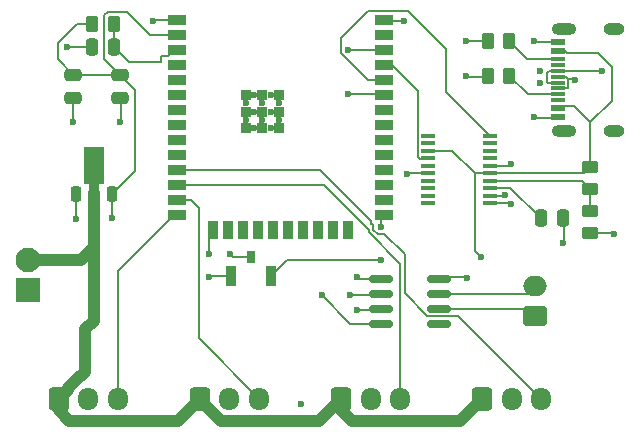
<source format=gbr>
%TF.GenerationSoftware,KiCad,Pcbnew,9.0.2*%
%TF.CreationDate,2025-06-22T20:13:16-07:00*%
%TF.ProjectId,Tesla Ambient Lighting,5465736c-6120-4416-9d62-69656e74204c,rev?*%
%TF.SameCoordinates,Original*%
%TF.FileFunction,Copper,L1,Top*%
%TF.FilePolarity,Positive*%
%FSLAX46Y46*%
G04 Gerber Fmt 4.6, Leading zero omitted, Abs format (unit mm)*
G04 Created by KiCad (PCBNEW 9.0.2) date 2025-06-22 20:13:16*
%MOMM*%
%LPD*%
G01*
G04 APERTURE LIST*
G04 Aperture macros list*
%AMRoundRect*
0 Rectangle with rounded corners*
0 $1 Rounding radius*
0 $2 $3 $4 $5 $6 $7 $8 $9 X,Y pos of 4 corners*
0 Add a 4 corners polygon primitive as box body*
4,1,4,$2,$3,$4,$5,$6,$7,$8,$9,$2,$3,0*
0 Add four circle primitives for the rounded corners*
1,1,$1+$1,$2,$3*
1,1,$1+$1,$4,$5*
1,1,$1+$1,$6,$7*
1,1,$1+$1,$8,$9*
0 Add four rect primitives between the rounded corners*
20,1,$1+$1,$2,$3,$4,$5,0*
20,1,$1+$1,$4,$5,$6,$7,0*
20,1,$1+$1,$6,$7,$8,$9,0*
20,1,$1+$1,$8,$9,$2,$3,0*%
%AMFreePoly0*
4,1,9,3.862500,-0.866500,0.737500,-0.866500,0.737500,-0.450000,-0.737500,-0.450000,-0.737500,0.450000,0.737500,0.450000,0.737500,0.866500,3.862500,0.866500,3.862500,-0.866500,3.862500,-0.866500,$1*%
G04 Aperture macros list end*
%TA.AperFunction,ComponentPad*%
%ADD10RoundRect,0.250000X0.750000X-0.600000X0.750000X0.600000X-0.750000X0.600000X-0.750000X-0.600000X0*%
%TD*%
%TA.AperFunction,ComponentPad*%
%ADD11O,2.000000X1.700000*%
%TD*%
%TA.AperFunction,SMDPad,CuDef*%
%ADD12RoundRect,0.225000X0.225000X-0.425000X0.225000X0.425000X-0.225000X0.425000X-0.225000X-0.425000X0*%
%TD*%
%TA.AperFunction,SMDPad,CuDef*%
%ADD13FreePoly0,90.000000*%
%TD*%
%TA.AperFunction,SMDPad,CuDef*%
%ADD14R,1.150000X0.600000*%
%TD*%
%TA.AperFunction,SMDPad,CuDef*%
%ADD15R,1.150000X0.300000*%
%TD*%
%TA.AperFunction,ComponentPad*%
%ADD16O,2.100000X1.000000*%
%TD*%
%TA.AperFunction,ComponentPad*%
%ADD17O,1.800000X1.000000*%
%TD*%
%TA.AperFunction,SMDPad,CuDef*%
%ADD18R,1.200000X0.400000*%
%TD*%
%TA.AperFunction,SMDPad,CuDef*%
%ADD19RoundRect,0.250000X-0.250000X-0.475000X0.250000X-0.475000X0.250000X0.475000X-0.250000X0.475000X0*%
%TD*%
%TA.AperFunction,SMDPad,CuDef*%
%ADD20RoundRect,0.250000X0.262500X0.450000X-0.262500X0.450000X-0.262500X-0.450000X0.262500X-0.450000X0*%
%TD*%
%TA.AperFunction,SMDPad,CuDef*%
%ADD21R,0.900000X1.700000*%
%TD*%
%TA.AperFunction,SMDPad,CuDef*%
%ADD22R,0.800000X1.100000*%
%TD*%
%TA.AperFunction,ComponentPad*%
%ADD23RoundRect,0.250000X-0.600000X-0.725000X0.600000X-0.725000X0.600000X0.725000X-0.600000X0.725000X0*%
%TD*%
%TA.AperFunction,ComponentPad*%
%ADD24O,1.700000X1.950000*%
%TD*%
%TA.AperFunction,SMDPad,CuDef*%
%ADD25RoundRect,0.250000X-0.262500X-0.450000X0.262500X-0.450000X0.262500X0.450000X-0.262500X0.450000X0*%
%TD*%
%TA.AperFunction,SMDPad,CuDef*%
%ADD26RoundRect,0.250000X-0.475000X0.250000X-0.475000X-0.250000X0.475000X-0.250000X0.475000X0.250000X0*%
%TD*%
%TA.AperFunction,ComponentPad*%
%ADD27RoundRect,0.250001X0.799999X-0.799999X0.799999X0.799999X-0.799999X0.799999X-0.799999X-0.799999X0*%
%TD*%
%TA.AperFunction,ComponentPad*%
%ADD28C,2.100000*%
%TD*%
%TA.AperFunction,SMDPad,CuDef*%
%ADD29RoundRect,0.250000X0.450000X-0.262500X0.450000X0.262500X-0.450000X0.262500X-0.450000X-0.262500X0*%
%TD*%
%TA.AperFunction,SMDPad,CuDef*%
%ADD30RoundRect,0.150000X-0.825000X-0.150000X0.825000X-0.150000X0.825000X0.150000X-0.825000X0.150000X0*%
%TD*%
%TA.AperFunction,HeatsinkPad*%
%ADD31C,0.600000*%
%TD*%
%TA.AperFunction,SMDPad,CuDef*%
%ADD32R,1.500000X0.900000*%
%TD*%
%TA.AperFunction,SMDPad,CuDef*%
%ADD33R,0.900000X1.500000*%
%TD*%
%TA.AperFunction,HeatsinkPad*%
%ADD34R,0.900000X0.900000*%
%TD*%
%TA.AperFunction,ViaPad*%
%ADD35C,0.600000*%
%TD*%
%TA.AperFunction,Conductor*%
%ADD36C,0.200000*%
%TD*%
%TA.AperFunction,Conductor*%
%ADD37C,1.000000*%
%TD*%
G04 APERTURE END LIST*
D10*
%TO.P,J5,1,Pin_1*%
%TO.N,Net-(J5-Pin_1)*%
X165805000Y-111000000D03*
D11*
%TO.P,J5,2,Pin_2*%
%TO.N,Net-(J5-Pin_2)*%
X165805000Y-108500000D03*
%TD*%
D12*
%TO.P,U4,1,GND*%
%TO.N,GNDREF*%
X127000000Y-100700000D03*
D13*
%TO.P,U4,2,VI*%
%TO.N,/V5*%
X128500000Y-100612500D03*
D12*
%TO.P,U4,3,VO*%
%TO.N,/V33*%
X130000000Y-100700000D03*
%TD*%
D14*
%TO.P,J6,A1_B12,GND*%
%TO.N,GNDREF*%
X167745000Y-94200000D03*
%TO.P,J6,A4_B9,VBUS*%
%TO.N,/V5*%
X167745000Y-93400000D03*
D15*
%TO.P,J6,A5,CC1*%
%TO.N,Net-(J6-CC1)*%
X167745000Y-92250000D03*
%TO.P,J6,A6,DP1*%
%TO.N,/DP*%
X167745000Y-91250000D03*
%TO.P,J6,A7,DN1*%
%TO.N,/DN*%
X167745000Y-90750000D03*
%TO.P,J6,A8,SBU1*%
%TO.N,unconnected-(J6-SBU1-PadA8)*%
X167745000Y-89750000D03*
D14*
%TO.P,J6,B1_A12,GND__1*%
%TO.N,GNDREF*%
X167745000Y-87800000D03*
%TO.P,J6,B4_A9,VBUS__1*%
%TO.N,/V5*%
X167745000Y-88600000D03*
D15*
%TO.P,J6,B5,CC2*%
%TO.N,Net-(J6-CC2)*%
X167745000Y-89250000D03*
%TO.P,J6,B6,DP2*%
%TO.N,/DP*%
X167745000Y-90250000D03*
%TO.P,J6,B7,DN2*%
%TO.N,/DN*%
X167745000Y-91750000D03*
%TO.P,J6,B8,SBU2*%
%TO.N,unconnected-(J6-SBU2-PadB8)*%
X167745000Y-92750000D03*
D16*
%TO.P,J6,SH1,SHELL_GND*%
%TO.N,GNDREF*%
X168320000Y-95320000D03*
%TO.P,J6,SH2,SHELL_GND__1*%
X168320000Y-86680000D03*
D17*
%TO.P,J6,SH3,SHELL_GND__2*%
X172500000Y-95320000D03*
%TO.P,J6,SH4,SHELL_GND__3*%
X172500000Y-86680000D03*
%TD*%
D18*
%TO.P,U5,1,~{DTR}*%
%TO.N,unconnected-(U5-~{DTR}-Pad1)*%
X156800000Y-95750000D03*
%TO.P,U5,2,~{RTS}*%
%TO.N,unconnected-(U5-~{RTS}-Pad2)*%
X156800000Y-96385000D03*
%TO.P,U5,3,VCCIO*%
%TO.N,/V5*%
X156800000Y-97020000D03*
%TO.P,U5,4,RXD*%
%TO.N,Net-(U1-TXD0{slash}IO1)*%
X156800000Y-97655000D03*
%TO.P,U5,5,~{RI}*%
%TO.N,unconnected-(U5-~{RI}-Pad5)*%
X156800000Y-98290000D03*
%TO.P,U5,6,GND*%
%TO.N,GNDREF*%
X156800000Y-98925000D03*
%TO.P,U5,7,~{DSR}*%
%TO.N,unconnected-(U5-~{DSR}-Pad7)*%
X156800000Y-99560000D03*
%TO.P,U5,8,~{DCD}*%
%TO.N,unconnected-(U5-~{DCD}-Pad8)*%
X156800000Y-100195000D03*
%TO.P,U5,9,~{CTS}*%
%TO.N,unconnected-(U5-~{CTS}-Pad9)*%
X156800000Y-100830000D03*
%TO.P,U5,10,CBUS2*%
%TO.N,unconnected-(U5-CBUS2-Pad10)*%
X156800000Y-101465000D03*
%TO.P,U5,11,USBDP*%
%TO.N,/DP*%
X162000000Y-101465000D03*
%TO.P,U5,12,USBDM*%
%TO.N,/DN*%
X162000000Y-100830000D03*
%TO.P,U5,13,3V3OUT*%
%TO.N,Net-(U5-3V3OUT)*%
X162000000Y-100195000D03*
%TO.P,U5,14,~{RESET}*%
%TO.N,Net-(U5-~{RESET})*%
X162000000Y-99560000D03*
%TO.P,U5,15,VCC*%
%TO.N,/V5*%
X162000000Y-98925000D03*
%TO.P,U5,16,GND*%
%TO.N,GNDREF*%
X162000000Y-98290000D03*
%TO.P,U5,17,CBUS1*%
%TO.N,unconnected-(U5-CBUS1-Pad17)*%
X162000000Y-97655000D03*
%TO.P,U5,18,CBUS0*%
%TO.N,unconnected-(U5-CBUS0-Pad18)*%
X162000000Y-97020000D03*
%TO.P,U5,19,CBUS3*%
%TO.N,unconnected-(U5-CBUS3-Pad19)*%
X162000000Y-96385000D03*
%TO.P,U5,20,TXD*%
%TO.N,Net-(U1-RXD0{slash}IO3)*%
X162000000Y-95750000D03*
%TD*%
D19*
%TO.P,C4,1*%
%TO.N,Net-(U5-3V3OUT)*%
X166300000Y-102750000D03*
%TO.P,C4,2*%
%TO.N,GNDREF*%
X168200000Y-102750000D03*
%TD*%
D20*
%TO.P,R5,1*%
%TO.N,Net-(J6-CC2)*%
X163662500Y-87750000D03*
%TO.P,R5,2*%
%TO.N,GNDREF*%
X161837500Y-87750000D03*
%TD*%
D21*
%TO.P,SW1,1,1*%
%TO.N,Net-(U1-IO0)*%
X143450000Y-107640000D03*
%TO.P,SW1,2,2*%
%TO.N,GNDREF*%
X140050000Y-107640000D03*
D22*
%TO.P,SW1,3*%
X141750000Y-106000000D03*
%TD*%
D23*
%TO.P,J3,1,Pin_1*%
%TO.N,/V5*%
X149400000Y-118000000D03*
D24*
%TO.P,J3,2,Pin_2*%
%TO.N,GNDREF*%
X151900000Y-118000000D03*
%TO.P,J3,3,Pin_3*%
%TO.N,Net-(J3-Pin_3)*%
X154400000Y-118000000D03*
%TD*%
D25*
%TO.P,R1,1*%
%TO.N,/V33*%
X128337500Y-86250000D03*
%TO.P,R1,2*%
%TO.N,Net-(U1-EN)*%
X130162500Y-86250000D03*
%TD*%
%TO.P,R4,1*%
%TO.N,GNDREF*%
X161837500Y-90700000D03*
%TO.P,R4,2*%
%TO.N,Net-(J6-CC1)*%
X163662500Y-90700000D03*
%TD*%
D26*
%TO.P,C1,1*%
%TO.N,/V33*%
X130720000Y-90625000D03*
%TO.P,C1,2*%
%TO.N,GNDREF*%
X130720000Y-92525000D03*
%TD*%
D23*
%TO.P,J2,1,Pin_1*%
%TO.N,/V5*%
X137450000Y-118000000D03*
D24*
%TO.P,J2,2,Pin_2*%
%TO.N,GNDREF*%
X139950000Y-118000000D03*
%TO.P,J2,3,Pin_3*%
%TO.N,Net-(J2-Pin_3)*%
X142450000Y-118000000D03*
%TD*%
D27*
%TO.P,J7,1,Pin_1*%
%TO.N,GNDREF*%
X122867500Y-108790000D03*
D28*
%TO.P,J7,2,Pin_2*%
%TO.N,/V5*%
X122867500Y-106250000D03*
%TD*%
D29*
%TO.P,R2,1*%
%TO.N,GNDREF*%
X170500000Y-103950000D03*
%TO.P,R2,2*%
%TO.N,Net-(U5-~{RESET})*%
X170500000Y-102125000D03*
%TD*%
D19*
%TO.P,C3,1*%
%TO.N,GNDREF*%
X128300000Y-88250000D03*
%TO.P,C3,2*%
%TO.N,Net-(U1-EN)*%
X130200000Y-88250000D03*
%TD*%
D23*
%TO.P,J4,1,Pin_1*%
%TO.N,/V5*%
X161350000Y-118000000D03*
D24*
%TO.P,J4,2,Pin_2*%
%TO.N,GNDREF*%
X163850000Y-118000000D03*
%TO.P,J4,3,Pin_3*%
%TO.N,Net-(J4-Pin_3)*%
X166350000Y-118000000D03*
%TD*%
D29*
%TO.P,R3,1*%
%TO.N,Net-(U5-~{RESET})*%
X170500000Y-100250000D03*
%TO.P,R3,2*%
%TO.N,/V5*%
X170500000Y-98425000D03*
%TD*%
D26*
%TO.P,C2,1*%
%TO.N,/V33*%
X126750000Y-90625000D03*
%TO.P,C2,2*%
%TO.N,GNDREF*%
X126750000Y-92525000D03*
%TD*%
D30*
%TO.P,U2,1,D*%
%TO.N,/CAN_TXD*%
X152775000Y-107845000D03*
%TO.P,U2,2,GND*%
%TO.N,GNDREF*%
X152775000Y-109115000D03*
%TO.P,U2,3,VCC*%
%TO.N,/V33*%
X152775000Y-110385000D03*
%TO.P,U2,4,R*%
%TO.N,/CAN_RXD*%
X152775000Y-111655000D03*
%TO.P,U2,5,Vref*%
%TO.N,unconnected-(U2-Vref-Pad5)*%
X157725000Y-111655000D03*
%TO.P,U2,6,CANL*%
%TO.N,Net-(J5-Pin_1)*%
X157725000Y-110385000D03*
%TO.P,U2,7,CANH*%
%TO.N,Net-(J5-Pin_2)*%
X157725000Y-109115000D03*
%TO.P,U2,8,Rs*%
%TO.N,GNDREF*%
X157725000Y-107845000D03*
%TD*%
D23*
%TO.P,J1,1,Pin_1*%
%TO.N,/V5*%
X125500000Y-118000000D03*
D24*
%TO.P,J1,2,Pin_2*%
%TO.N,GNDREF*%
X128000000Y-118000000D03*
%TO.P,J1,3,Pin_3*%
%TO.N,Net-(J1-Pin_3)*%
X130500000Y-118000000D03*
%TD*%
D31*
%TO.P,U1,39,GND*%
%TO.N,GNDREF*%
X142050000Y-92310000D03*
X141350000Y-93010000D03*
D32*
%TO.P,U1,1,GND*%
X135500000Y-85990000D03*
%TO.P,U1,2,VDD*%
%TO.N,/V33*%
X135500000Y-87260000D03*
%TO.P,U1,3,EN*%
%TO.N,Net-(U1-EN)*%
X135500000Y-88530000D03*
%TO.P,U1,4,SENSOR_VP*%
%TO.N,unconnected-(U1-SENSOR_VP-Pad4)*%
X135500000Y-89800000D03*
%TO.P,U1,5,SENSOR_VN*%
%TO.N,unconnected-(U1-SENSOR_VN-Pad5)*%
X135500000Y-91070000D03*
%TO.P,U1,6,IO34*%
%TO.N,unconnected-(U1-IO34-Pad6)*%
X135500000Y-92340000D03*
%TO.P,U1,7,IO35*%
%TO.N,unconnected-(U1-IO35-Pad7)*%
X135500000Y-93610000D03*
%TO.P,U1,8,IO32*%
%TO.N,unconnected-(U1-IO32-Pad8)*%
X135500000Y-94880000D03*
%TO.P,U1,9,IO33*%
%TO.N,unconnected-(U1-IO33-Pad9)*%
X135500000Y-96150000D03*
%TO.P,U1,10,IO25*%
%TO.N,unconnected-(U1-IO25-Pad10)*%
X135500000Y-97420000D03*
%TO.P,U1,11,IO26*%
%TO.N,Net-(J4-Pin_3)*%
X135500000Y-98690000D03*
%TO.P,U1,12,IO27*%
%TO.N,Net-(J3-Pin_3)*%
X135500000Y-99960000D03*
%TO.P,U1,13,IO14*%
%TO.N,Net-(J2-Pin_3)*%
X135500000Y-101230000D03*
%TO.P,U1,14,IO12*%
%TO.N,Net-(J1-Pin_3)*%
X135500000Y-102500000D03*
D33*
%TO.P,U1,15,GND*%
%TO.N,GNDREF*%
X138535000Y-103750000D03*
%TO.P,U1,16,IO13*%
%TO.N,unconnected-(U1-IO13-Pad16)*%
X139805000Y-103750000D03*
%TO.P,U1,17,SHD/SD2*%
%TO.N,unconnected-(U1-SHD{slash}SD2-Pad17)*%
X141075000Y-103750000D03*
%TO.P,U1,18,SWP/SD3*%
%TO.N,unconnected-(U1-SWP{slash}SD3-Pad18)*%
X142345000Y-103750000D03*
%TO.P,U1,19,SCS/CMD*%
%TO.N,unconnected-(U1-SCS{slash}CMD-Pad19)*%
X143615000Y-103750000D03*
%TO.P,U1,20,SCK/CLK*%
%TO.N,unconnected-(U1-SCK{slash}CLK-Pad20)*%
X144885000Y-103750000D03*
%TO.P,U1,21,SDO/SD0*%
%TO.N,unconnected-(U1-SDO{slash}SD0-Pad21)*%
X146155000Y-103750000D03*
%TO.P,U1,22,SDI/SD1*%
%TO.N,unconnected-(U1-SDI{slash}SD1-Pad22)*%
X147425000Y-103750000D03*
%TO.P,U1,23,IO15*%
%TO.N,unconnected-(U1-IO15-Pad23)*%
X148695000Y-103750000D03*
%TO.P,U1,24,IO2*%
%TO.N,unconnected-(U1-IO2-Pad24)*%
X149965000Y-103750000D03*
D32*
%TO.P,U1,25,IO0*%
%TO.N,Net-(U1-IO0)*%
X153000000Y-102500000D03*
%TO.P,U1,26,IO4*%
%TO.N,unconnected-(U1-IO4-Pad26)*%
X153000000Y-101230000D03*
%TO.P,U1,27,IO16*%
%TO.N,unconnected-(U1-IO16-Pad27)*%
X153000000Y-99960000D03*
%TO.P,U1,28,IO17*%
%TO.N,unconnected-(U1-IO17-Pad28)*%
X153000000Y-98690000D03*
%TO.P,U1,29,IO5*%
%TO.N,unconnected-(U1-IO5-Pad29)*%
X153000000Y-97420000D03*
%TO.P,U1,30,IO18*%
%TO.N,unconnected-(U1-IO18-Pad30)*%
X153000000Y-96150000D03*
%TO.P,U1,31,IO19*%
%TO.N,unconnected-(U1-IO19-Pad31)*%
X153000000Y-94880000D03*
%TO.P,U1,32,NC*%
%TO.N,unconnected-(U1-NC-Pad32)*%
X153000000Y-93610000D03*
%TO.P,U1,33,IO21*%
%TO.N,/CAN_TXD*%
X153000000Y-92340000D03*
%TO.P,U1,34,RXD0/IO3*%
%TO.N,Net-(U1-RXD0{slash}IO3)*%
X153000000Y-91070000D03*
%TO.P,U1,35,TXD0/IO1*%
%TO.N,Net-(U1-TXD0{slash}IO1)*%
X153000000Y-89800000D03*
%TO.P,U1,36,IO22*%
%TO.N,/CAN_RXD*%
X153000000Y-88530000D03*
%TO.P,U1,37,IO23*%
%TO.N,unconnected-(U1-IO23-Pad37)*%
X153000000Y-87260000D03*
%TO.P,U1,38,GND*%
%TO.N,GNDREF*%
X153000000Y-85990000D03*
D34*
%TO.P,U1,39,GND*%
X141350000Y-92310000D03*
X141350000Y-93710000D03*
D31*
X141350000Y-94410000D03*
D34*
X141350000Y-95110000D03*
D31*
X142050000Y-93710000D03*
X142050000Y-95110000D03*
D34*
X142750000Y-92310000D03*
D31*
X142750000Y-93010000D03*
D34*
X142750000Y-93710000D03*
D31*
X142750000Y-94410000D03*
D34*
X142750000Y-95110000D03*
D31*
X143450000Y-92310000D03*
X143450000Y-93710000D03*
X143450000Y-95110000D03*
D34*
X144150000Y-92310000D03*
D31*
X144150000Y-93010000D03*
D34*
X144150000Y-93710000D03*
D31*
X144150000Y-94410000D03*
D34*
X144150000Y-95110000D03*
%TD*%
D35*
%TO.N,*%
X166250000Y-91250000D03*
X146000000Y-118500000D03*
X166250000Y-90250000D03*
%TO.N,GNDREF*%
X168200000Y-104800000D03*
X165755000Y-94200000D03*
X172550000Y-104050000D03*
X159977500Y-90700000D03*
X165750000Y-87750000D03*
X130700000Y-94550000D03*
X126950000Y-102800000D03*
X155000000Y-99000000D03*
X138200000Y-105800000D03*
X126700000Y-94550000D03*
X140000000Y-105750000D03*
X138250000Y-107750000D03*
X159977500Y-87700000D03*
X150200000Y-109200000D03*
X163750000Y-98125000D03*
X154772500Y-86050000D03*
X160050000Y-107800000D03*
X126200000Y-88200000D03*
X133500000Y-86000000D03*
%TO.N,/DP*%
X163750000Y-101500000D03*
X171500000Y-90250000D03*
%TO.N,/DN*%
X169250000Y-91000000D03*
X163250000Y-100795000D03*
%TO.N,/CAN_TXD*%
X150750000Y-107750000D03*
X150000000Y-92250000D03*
%TO.N,/CAN_RXD*%
X150000000Y-88500000D03*
X147750000Y-109250000D03*
%TO.N,/V33*%
X150750000Y-110500000D03*
X130000000Y-102750000D03*
%TO.N,Net-(U1-IO0)*%
X152750000Y-106250000D03*
X152750000Y-103500000D03*
%TO.N,/V5*%
X161250000Y-106000000D03*
%TD*%
D36*
%TO.N,Net-(J1-Pin_3)*%
X130500000Y-107195000D02*
X135250000Y-102445000D01*
X130500000Y-118000000D02*
X130500000Y-107195000D01*
%TO.N,GNDREF*%
X138360000Y-107640000D02*
X138250000Y-107750000D01*
X158055000Y-107750000D02*
X160000000Y-107750000D01*
X161972500Y-90750000D02*
X160027500Y-90750000D01*
X167745000Y-87800000D02*
X165800000Y-87800000D01*
X138250000Y-103805000D02*
X138250000Y-105750000D01*
X156800000Y-98925000D02*
X155075000Y-98925000D01*
X140250000Y-106000000D02*
X140000000Y-105750000D01*
X141750000Y-106000000D02*
X140250000Y-106000000D01*
X165800000Y-87800000D02*
X165750000Y-87750000D01*
X167750000Y-94250000D02*
X165805000Y-94250000D01*
X168250000Y-102805000D02*
X168250000Y-104750000D01*
X128195000Y-88250000D02*
X126250000Y-88250000D01*
X135500000Y-85990000D02*
X133510000Y-85990000D01*
X170555000Y-104000000D02*
X172500000Y-104000000D01*
X127000000Y-100805000D02*
X127000000Y-102750000D01*
X152777500Y-86000000D02*
X154722500Y-86000000D01*
X133510000Y-85990000D02*
X133500000Y-86000000D01*
X152195000Y-109250000D02*
X150250000Y-109250000D01*
X163585000Y-98290000D02*
X163750000Y-98125000D01*
X155075000Y-98925000D02*
X155000000Y-99000000D01*
X161972500Y-87750000D02*
X160027500Y-87750000D01*
X140050000Y-107640000D02*
X138360000Y-107640000D01*
X130750000Y-92555000D02*
X130750000Y-94500000D01*
X126750000Y-92555000D02*
X126750000Y-94500000D01*
X162000000Y-98290000D02*
X163585000Y-98290000D01*
%TO.N,Net-(J2-Pin_3)*%
X137339000Y-112889000D02*
X137339000Y-101839000D01*
X142450000Y-118000000D02*
X137339000Y-112889000D01*
X137339000Y-101839000D02*
X136675000Y-101175000D01*
X136675000Y-101175000D02*
X135250000Y-101175000D01*
%TO.N,Net-(J3-Pin_3)*%
X147922000Y-99905000D02*
X151748000Y-103731000D01*
X135250000Y-99905000D02*
X147922000Y-99905000D01*
X151748000Y-103921000D02*
X154400000Y-106573000D01*
X151748000Y-103731000D02*
X151748000Y-103921000D01*
X154400000Y-106573000D02*
X154400000Y-118000000D01*
%TO.N,Net-(J4-Pin_3)*%
X152998943Y-104101000D02*
X152501057Y-104101000D01*
X152149000Y-103251057D02*
X152149057Y-103251000D01*
X147635000Y-98635000D02*
X135250000Y-98635000D01*
X151949000Y-102949000D02*
X147635000Y-98635000D01*
X159336000Y-110986000D02*
X156709032Y-110986000D01*
X166350000Y-118000000D02*
X159336000Y-110986000D01*
X154801000Y-105801000D02*
X153049971Y-104049971D01*
X154801000Y-109077968D02*
X154801000Y-105801000D01*
X151949000Y-103251000D02*
X151949000Y-102949000D01*
X152149057Y-103251000D02*
X151949000Y-103251000D01*
X156709032Y-110986000D02*
X154801000Y-109077968D01*
X152149000Y-103748943D02*
X152149000Y-103251057D01*
X152501057Y-104101000D02*
X152149000Y-103748943D01*
X153049971Y-104049971D02*
X152998943Y-104101000D01*
%TO.N,Net-(J5-Pin_1)*%
X165190000Y-110385000D02*
X165805000Y-111000000D01*
X157725000Y-110385000D02*
X165190000Y-110385000D01*
%TO.N,/DP*%
X162000000Y-101465000D02*
X163715000Y-101465000D01*
X167745000Y-90250000D02*
X167018000Y-90250000D01*
X167018000Y-90250000D02*
X166869000Y-90399000D01*
X166918000Y-91250000D02*
X167745000Y-91250000D01*
X167745000Y-90250000D02*
X171500000Y-90250000D01*
X163715000Y-101465000D02*
X163750000Y-101500000D01*
X166869000Y-90399000D02*
X166869000Y-91201000D01*
X166869000Y-91201000D02*
X166918000Y-91250000D01*
%TO.N,/DN*%
X162000000Y-100830000D02*
X163215000Y-100830000D01*
X163215000Y-100830000D02*
X163250000Y-100795000D01*
X168443000Y-90750000D02*
X168621000Y-90928000D01*
X168621000Y-91701000D02*
X168572000Y-91750000D01*
X168572000Y-91750000D02*
X167745000Y-91750000D01*
X169178000Y-90928000D02*
X169250000Y-91000000D01*
X168621000Y-90928000D02*
X169178000Y-90928000D01*
X167745000Y-90750000D02*
X168443000Y-90750000D01*
X168621000Y-90928000D02*
X168621000Y-91701000D01*
%TO.N,/CAN_TXD*%
X152750000Y-92285000D02*
X152715000Y-92250000D01*
X152715000Y-92250000D02*
X150000000Y-92250000D01*
X150750000Y-107750000D02*
X150845000Y-107845000D01*
X150845000Y-107845000D02*
X152775000Y-107845000D01*
%TO.N,/CAN_RXD*%
X152775000Y-111655000D02*
X150155000Y-111655000D01*
X150155000Y-111655000D02*
X147750000Y-109250000D01*
X150025000Y-88475000D02*
X152750000Y-88475000D01*
X150000000Y-88500000D02*
X150025000Y-88475000D01*
%TO.N,/V33*%
X152800000Y-110500000D02*
X150750000Y-110500000D01*
X129349000Y-89254000D02*
X129349000Y-85564840D01*
X129664840Y-85249000D02*
X131301000Y-85249000D01*
X130720000Y-90625000D02*
X129349000Y-89254000D01*
X125399000Y-89274000D02*
X126750000Y-90625000D01*
X130000000Y-100700000D02*
X131946000Y-98754000D01*
X131946000Y-98754000D02*
X131946000Y-91851000D01*
X128337500Y-86250000D02*
X127017214Y-86250000D01*
X131946000Y-91851000D02*
X130720000Y-90625000D01*
X133257000Y-87205000D02*
X135250000Y-87205000D01*
X130720000Y-90625000D02*
X126750000Y-90625000D01*
X129349000Y-85564840D02*
X129664840Y-85249000D01*
X127017214Y-86250000D02*
X125399000Y-87868214D01*
X130000000Y-100700000D02*
X130000000Y-102750000D01*
X125399000Y-87868214D02*
X125399000Y-89274000D01*
X131301000Y-85249000D02*
X133257000Y-87205000D01*
%TO.N,Net-(J5-Pin_2)*%
X157725000Y-109115000D02*
X165190000Y-109115000D01*
X165190000Y-109115000D02*
X165805000Y-108500000D01*
%TO.N,Net-(U1-IO0)*%
X143450000Y-107640000D02*
X144840000Y-106250000D01*
X144840000Y-106250000D02*
X152750000Y-106250000D01*
X152750000Y-103500000D02*
X152750000Y-102445000D01*
%TO.N,Net-(U1-RXD0{slash}IO3)*%
X151699000Y-85184000D02*
X155039286Y-85184000D01*
X149399000Y-87484000D02*
X151699000Y-85184000D01*
X151665057Y-91015000D02*
X149399000Y-88748943D01*
X158265000Y-92015000D02*
X162000000Y-95750000D01*
X158265000Y-88409714D02*
X158265000Y-92015000D01*
X149399000Y-88748943D02*
X149399000Y-87484000D01*
X155039286Y-85184000D02*
X158265000Y-88409714D01*
X152750000Y-91015000D02*
X151665057Y-91015000D01*
%TO.N,Net-(U1-TXD0{slash}IO1)*%
X155899000Y-97521000D02*
X156104000Y-97726000D01*
X153700000Y-89745000D02*
X155899000Y-91944000D01*
X156104000Y-97726000D02*
X156800000Y-97726000D01*
X155899000Y-91944000D02*
X155899000Y-97521000D01*
X152750000Y-89745000D02*
X153700000Y-89745000D01*
%TO.N,Net-(U1-EN)*%
X134199000Y-89500000D02*
X134199000Y-88994000D01*
X134199000Y-88994000D02*
X134731000Y-88994000D01*
X130200000Y-88250000D02*
X130200000Y-86287500D01*
X131450000Y-89500000D02*
X134199000Y-89500000D01*
X130200000Y-86287500D02*
X130162500Y-86250000D01*
X130200000Y-88250000D02*
X131450000Y-89500000D01*
X134731000Y-88994000D02*
X135250000Y-88475000D01*
D37*
%TO.N,/V5*%
X128500000Y-100612500D02*
X128500000Y-105137424D01*
X135574000Y-119876000D02*
X137450000Y-118000000D01*
D36*
X161250000Y-106000000D02*
X160742000Y-105492000D01*
D37*
X125500000Y-118000000D02*
X125500000Y-118975000D01*
D36*
X160742000Y-105492000D02*
X160742000Y-98925000D01*
D37*
X127274712Y-116124000D02*
X127376000Y-116124000D01*
X149400000Y-118000000D02*
X149400000Y-118975000D01*
D36*
X172301000Y-92812992D02*
X170500000Y-94613992D01*
X170000000Y-98925000D02*
X170500000Y-98425000D01*
D37*
X127376000Y-116124000D02*
X127750000Y-115750000D01*
X159474000Y-119876000D02*
X161350000Y-118000000D01*
D36*
X158837000Y-97020000D02*
X156800000Y-97020000D01*
D37*
X137450000Y-118101288D02*
X139224712Y-119876000D01*
D36*
X168539992Y-88786000D02*
X171168786Y-88786000D01*
D37*
X147524000Y-119876000D02*
X149400000Y-118000000D01*
D36*
X171168786Y-88786000D02*
X172301000Y-89918214D01*
D37*
X137450000Y-118000000D02*
X137450000Y-118101288D01*
X126249000Y-117149712D02*
X127274712Y-116124000D01*
D36*
X168353992Y-88600000D02*
X168539992Y-88786000D01*
D37*
X126401000Y-119876000D02*
X135574000Y-119876000D01*
D36*
X167745000Y-88600000D02*
X168353992Y-88600000D01*
D37*
X127387424Y-106250000D02*
X128500000Y-105137424D01*
D36*
X172301000Y-89918214D02*
X172301000Y-92812992D01*
X170500000Y-94613992D02*
X170500000Y-98425000D01*
X167931000Y-93214000D02*
X167745000Y-93400000D01*
D37*
X125500000Y-118000000D02*
X126249000Y-117251000D01*
X126249000Y-117251000D02*
X126249000Y-117149712D01*
D36*
X160742000Y-98925000D02*
X158837000Y-97020000D01*
X162000000Y-98925000D02*
X170000000Y-98925000D01*
D37*
X125500000Y-118975000D02*
X126401000Y-119876000D01*
D36*
X169100008Y-93214000D02*
X170500000Y-94613992D01*
D37*
X128500000Y-111402576D02*
X127750000Y-112152576D01*
X139224712Y-119876000D02*
X147524000Y-119876000D01*
D36*
X167931000Y-93214000D02*
X169100008Y-93214000D01*
D37*
X122867500Y-106250000D02*
X127387424Y-106250000D01*
X149400000Y-118975000D02*
X150301000Y-119876000D01*
D36*
X162000000Y-98925000D02*
X160742000Y-98925000D01*
D37*
X128500000Y-105137424D02*
X128500000Y-111402576D01*
D36*
X156952000Y-97125000D02*
X157076000Y-97001000D01*
D37*
X150301000Y-119876000D02*
X159474000Y-119876000D01*
X127750000Y-115750000D02*
X127750000Y-112152576D01*
D36*
%TO.N,Net-(J6-CC1)*%
X167745000Y-92250000D02*
X165212500Y-92250000D01*
X165212500Y-92250000D02*
X163662500Y-90700000D01*
%TO.N,Net-(J6-CC2)*%
X165162500Y-89250000D02*
X163662500Y-87750000D01*
X167745000Y-89250000D02*
X165162500Y-89250000D01*
%TO.N,Net-(U5-3V3OUT)*%
X163745000Y-100195000D02*
X162000000Y-100195000D01*
X166300000Y-102750000D02*
X163745000Y-100195000D01*
%TO.N,Net-(U5-~{RESET})*%
X170500000Y-100250000D02*
X170500000Y-102125000D01*
X170500000Y-100250000D02*
X170351000Y-100399000D01*
X169810000Y-99560000D02*
X162000000Y-99560000D01*
X170500000Y-100250000D02*
X169810000Y-99560000D01*
%TD*%
M02*

</source>
